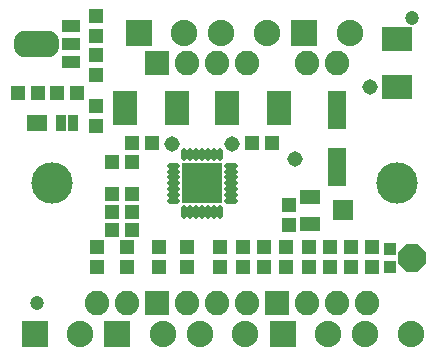
<source format=gbr>
G04 EAGLE Gerber RS-274X export*
G75*
%MOMM*%
%FSLAX34Y34*%
%LPD*%
%INSoldermask Top*%
%IPPOS*%
%AMOC8*
5,1,8,0,0,1.08239X$1,22.5*%
G01*
%ADD10R,1.303200X1.203200*%
%ADD11R,1.203200X1.303200*%
%ADD12R,1.003200X1.003200*%
%ADD13R,1.603200X1.003200*%
%ADD14C,1.721103*%
%ADD15R,0.838200X1.473200*%
%ADD16R,1.803400X1.295400*%
%ADD17R,1.803400X1.803400*%
%ADD18P,2.556822X8X22.500000*%
%ADD19C,3.505200*%
%ADD20C,2.082800*%
%ADD21R,2.082800X2.082800*%
%ADD22R,2.003200X2.903200*%
%ADD23C,0.503200*%
%ADD24R,3.378200X3.378200*%
%ADD25R,2.603200X2.003200*%
%ADD26R,1.603200X3.203200*%
%ADD27R,2.235200X2.235200*%
%ADD28C,2.235200*%
%ADD29C,1.203200*%
%ADD30C,1.311200*%


D10*
X42300Y228600D03*
X59300Y228600D03*
D11*
X74930Y244230D03*
X74930Y261230D03*
D12*
X324104Y96654D03*
X324104Y81654D03*
D11*
X308610Y81670D03*
X308610Y98670D03*
X74930Y294250D03*
X74930Y277250D03*
D13*
X54100Y255520D03*
X54100Y285500D03*
X54090Y270510D03*
D14*
X35551Y273081D02*
X35551Y267939D01*
X14229Y267939D01*
X14229Y273081D01*
X35551Y273081D01*
D15*
X45720Y203200D03*
X55880Y203200D03*
X29900Y203200D03*
X20900Y203200D03*
D10*
X9280Y228600D03*
X26280Y228600D03*
D16*
X256296Y141088D03*
D17*
X284724Y129540D03*
D16*
X256296Y117992D03*
D18*
X342900Y88900D03*
D19*
X38100Y152400D03*
X330200Y152400D03*
D20*
X76200Y50800D03*
X101600Y50800D03*
D21*
X127000Y254000D03*
D20*
X152400Y254000D03*
X177800Y254000D03*
X203200Y254000D03*
X254000Y254000D03*
X279400Y254000D03*
D22*
X99920Y215900D03*
X143920Y215900D03*
X230280Y215900D03*
X186280Y215900D03*
D23*
X143899Y167400D02*
X137501Y167400D01*
X137501Y162400D02*
X143899Y162400D01*
X143900Y157400D02*
X137502Y157400D01*
X137502Y152400D02*
X143900Y152400D01*
X143901Y147400D02*
X137503Y147400D01*
X137503Y142400D02*
X143901Y142400D01*
X143900Y137400D02*
X137502Y137400D01*
X150100Y131200D02*
X150100Y124802D01*
X155100Y124801D02*
X155100Y131199D01*
X160100Y131200D02*
X160100Y124802D01*
X165100Y124802D02*
X165100Y131200D01*
X170100Y131199D02*
X170100Y124801D01*
X175100Y124802D02*
X175100Y131200D01*
X180100Y131200D02*
X180100Y124802D01*
X186300Y137400D02*
X192698Y137400D01*
X192699Y142400D02*
X186301Y142400D01*
X186301Y147400D02*
X192699Y147400D01*
X192698Y152400D02*
X186300Y152400D01*
X186301Y157400D02*
X192699Y157400D01*
X192699Y162400D02*
X186301Y162400D01*
X186300Y167400D02*
X192698Y167400D01*
X180100Y173600D02*
X180100Y179998D01*
X175100Y179999D02*
X175100Y173601D01*
X170100Y173601D02*
X170100Y179999D01*
X165100Y179999D02*
X165100Y173601D01*
X160100Y173601D02*
X160100Y179999D01*
X155100Y179999D02*
X155100Y173601D01*
X150100Y173600D02*
X150100Y179998D01*
D24*
X165100Y152400D03*
D11*
X180340Y98670D03*
X180340Y81670D03*
D10*
X88528Y143764D03*
X105528Y143764D03*
D11*
X217170Y98670D03*
X217170Y81670D03*
D10*
X122800Y186690D03*
X105800Y186690D03*
X207400Y186690D03*
X224400Y186690D03*
X105528Y113030D03*
X88528Y113030D03*
X105528Y128524D03*
X88528Y128524D03*
D25*
X330200Y233750D03*
X330200Y274250D03*
D26*
X279400Y166500D03*
X279400Y214500D03*
D21*
X127000Y50800D03*
D20*
X152400Y50800D03*
X177800Y50800D03*
X203200Y50800D03*
D27*
X111322Y279800D03*
D28*
X149878Y279800D03*
X181322Y279800D03*
X219878Y279800D03*
D27*
X251322Y279800D03*
D28*
X289878Y279800D03*
D11*
X76200Y81670D03*
X76200Y98670D03*
X101600Y81670D03*
X101600Y98670D03*
X128270Y81670D03*
X128270Y98670D03*
X199390Y81670D03*
X199390Y98670D03*
X152400Y81670D03*
X152400Y98670D03*
D10*
X105528Y170434D03*
X88528Y170434D03*
D11*
X273050Y81670D03*
X273050Y98670D03*
X236220Y81670D03*
X236220Y98670D03*
X238760Y117230D03*
X238760Y134230D03*
D27*
X93222Y24600D03*
D28*
X131778Y24600D03*
X163222Y24600D03*
X201778Y24600D03*
D27*
X233222Y24600D03*
D28*
X271778Y24600D03*
X303222Y24600D03*
X341778Y24600D03*
D27*
X23222Y24600D03*
D28*
X61778Y24600D03*
D21*
X228600Y50800D03*
D20*
X254000Y50800D03*
X279400Y50800D03*
X304800Y50800D03*
D11*
X74930Y201050D03*
X74930Y218050D03*
X290830Y81670D03*
X290830Y98670D03*
X255270Y81670D03*
X255270Y98670D03*
D29*
X25400Y50800D03*
X342900Y292100D03*
D30*
X307340Y233680D03*
X243840Y172720D03*
X190500Y185420D03*
X139700Y185420D03*
M02*

</source>
